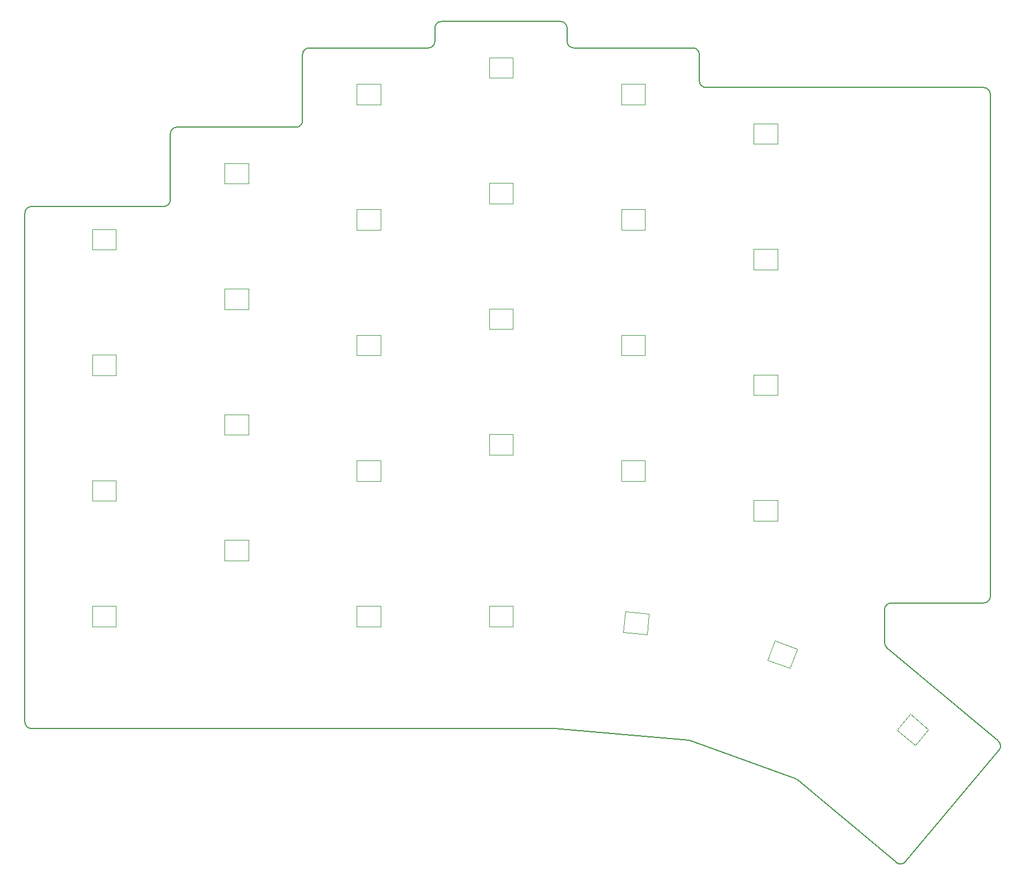
<source format=gbr>
%TF.GenerationSoftware,KiCad,Pcbnew,8.0.4*%
%TF.CreationDate,2024-08-10T13:55:05-06:00*%
%TF.ProjectId,staggered_col58,73746167-6765-4726-9564-5f636f6c3538,0.1*%
%TF.SameCoordinates,Original*%
%TF.FileFunction,Profile,NP*%
%FSLAX46Y46*%
G04 Gerber Fmt 4.6, Leading zero omitted, Abs format (unit mm)*
G04 Created by KiCad (PCBNEW 8.0.4) date 2024-08-10 13:55:05*
%MOMM*%
%LPD*%
G01*
G04 APERTURE LIST*
%TA.AperFunction,Profile*%
%ADD10C,0.150000*%
%TD*%
%TA.AperFunction,Profile*%
%ADD11C,0.120000*%
%TD*%
G04 APERTURE END LIST*
D10*
X29000000Y-132000000D02*
X108002355Y-132000000D01*
X28000000Y-131000000D02*
X28000000Y-54000000D01*
X29000000Y-53000000D02*
X49000000Y-53000000D01*
X51000000Y-41000000D02*
X69000000Y-41000000D01*
X50000000Y-52000000D02*
X50000000Y-42000000D01*
X71000000Y-29000000D02*
X89000000Y-29000000D01*
X70000000Y-40000000D02*
X70000000Y-30000000D01*
X91000000Y-25000000D02*
X109000000Y-25000000D01*
X110000000Y-26000000D02*
X110000000Y-28000000D01*
X90000000Y-28000000D02*
X90000000Y-26000000D01*
X111000000Y-29000000D02*
X129000000Y-29000000D01*
X130000000Y-30000000D02*
X130000000Y-34000000D01*
X158000000Y-114000000D02*
X158000000Y-118987759D01*
X174000000Y-112000000D02*
X174000000Y-36000000D01*
X173000000Y-113000000D02*
X159000000Y-113000000D01*
X131000000Y-35000000D02*
X173000000Y-35000000D01*
X108089511Y-132003805D02*
X128457048Y-133785734D01*
X128711912Y-133842236D02*
X144613458Y-139629925D01*
X158357212Y-119753804D02*
X175189257Y-133877566D01*
X161171186Y-152139376D02*
X175312514Y-135286398D01*
X144914226Y-139803574D02*
X159762354Y-152262633D01*
X29000000Y-132000000D02*
G75*
G02*
X28000000Y-131000000I0J1000000D01*
G01*
X28000000Y-54000000D02*
G75*
G02*
X29000000Y-53000000I1000000J0D01*
G01*
X50000000Y-52000000D02*
G75*
G02*
X49000000Y-53000000I-1000000J0D01*
G01*
X50000000Y-42000000D02*
G75*
G02*
X51000000Y-41000000I1000000J0D01*
G01*
X70000000Y-40000000D02*
G75*
G02*
X69000000Y-41000000I-1000000J0D01*
G01*
X70000000Y-30000000D02*
G75*
G02*
X71000000Y-29000000I1000000J0D01*
G01*
X90000000Y-28000000D02*
G75*
G02*
X89000000Y-29000000I-1000000J0D01*
G01*
X90000000Y-26000000D02*
G75*
G02*
X91000000Y-25000000I1000000J0D01*
G01*
X109000000Y-25000000D02*
G75*
G02*
X110000000Y-26000000I0J-1000000D01*
G01*
X111000000Y-29000000D02*
G75*
G02*
X110000000Y-28000000I0J1000000D01*
G01*
X129000000Y-29000000D02*
G75*
G02*
X130000000Y-30000000I0J-1000000D01*
G01*
X131000000Y-35000000D02*
G75*
G02*
X130000000Y-34000000I0J1000000D01*
G01*
X173000000Y-35000000D02*
G75*
G02*
X174000000Y-36000000I0J-1000000D01*
G01*
X174000000Y-112000000D02*
G75*
G02*
X173000000Y-113000000I-1000000J0D01*
G01*
X158000000Y-114000000D02*
G75*
G02*
X159000000Y-113000000I1000000J0D01*
G01*
X158357212Y-119753804D02*
G75*
G02*
X158000031Y-118987759I642788J766004D01*
G01*
X175189257Y-133877566D02*
G75*
G02*
X175312506Y-135286391I-642757J-766034D01*
G01*
X161171186Y-152139376D02*
G75*
G02*
X159762316Y-152262679I-766086J642776D01*
G01*
X144613458Y-139629925D02*
G75*
G02*
X144914217Y-139803585I-342058J-939675D01*
G01*
X128457048Y-133785734D02*
G75*
G02*
X128711914Y-133842230I-87148J-996266D01*
G01*
X108002355Y-132000000D02*
G75*
G02*
X108089511Y-132003809I-55J-1000400D01*
G01*
%TO.C,L1*%
D11*
X38200000Y-113450000D02*
X41800000Y-113450000D01*
X41800000Y-116550000D01*
X38200000Y-116550000D01*
X38200000Y-113450000D01*
%TO.C,L2*%
X38200000Y-94450000D02*
X41800000Y-94450000D01*
X41800000Y-97550000D01*
X38200000Y-97550000D01*
X38200000Y-94450000D01*
%TO.C,L3*%
X38200000Y-75450000D02*
X41800000Y-75450000D01*
X41800000Y-78550000D01*
X38200000Y-78550000D01*
X38200000Y-75450000D01*
%TO.C,L4*%
X38200000Y-56450000D02*
X41800000Y-56450000D01*
X41800000Y-59550000D01*
X38200000Y-59550000D01*
X38200000Y-56450000D01*
%TO.C,L5*%
X58200000Y-103450000D02*
X61800000Y-103450000D01*
X61800000Y-106550000D01*
X58200000Y-106550000D01*
X58200000Y-103450000D01*
%TO.C,L6*%
X58200000Y-84450000D02*
X61800000Y-84450000D01*
X61800000Y-87550000D01*
X58200000Y-87550000D01*
X58200000Y-84450000D01*
%TO.C,L7*%
X58200000Y-65450000D02*
X61800000Y-65450000D01*
X61800000Y-68550000D01*
X58200000Y-68550000D01*
X58200000Y-65450000D01*
%TO.C,L8*%
X58200000Y-46450000D02*
X61800000Y-46450000D01*
X61800000Y-49550000D01*
X58200000Y-49550000D01*
X58200000Y-46450000D01*
%TO.C,L9*%
X78200000Y-91450000D02*
X81800000Y-91450000D01*
X81800000Y-94550000D01*
X78200000Y-94550000D01*
X78200000Y-91450000D01*
%TO.C,L10*%
X78200000Y-72450000D02*
X81800000Y-72450000D01*
X81800000Y-75550000D01*
X78200000Y-75550000D01*
X78200000Y-72450000D01*
%TO.C,L11*%
X78200000Y-53450000D02*
X81800000Y-53450000D01*
X81800000Y-56550000D01*
X78200000Y-56550000D01*
X78200000Y-53450000D01*
%TO.C,L12*%
X78200000Y-34450000D02*
X81800000Y-34450000D01*
X81800000Y-37550000D01*
X78200000Y-37550000D01*
X78200000Y-34450000D01*
%TO.C,L13*%
X98200000Y-87450000D02*
X101800000Y-87450000D01*
X101800000Y-90550000D01*
X98200000Y-90550000D01*
X98200000Y-87450000D01*
%TO.C,L14*%
X98200000Y-68450000D02*
X101800000Y-68450000D01*
X101800000Y-71550000D01*
X98200000Y-71550000D01*
X98200000Y-68450000D01*
%TO.C,L15*%
X98200000Y-49450000D02*
X101800000Y-49450000D01*
X101800000Y-52550000D01*
X98200000Y-52550000D01*
X98200000Y-49450000D01*
%TO.C,L16*%
X98200000Y-30450000D02*
X101800000Y-30450000D01*
X101800000Y-33550000D01*
X98200000Y-33550000D01*
X98200000Y-30450000D01*
%TO.C,L17*%
X118200000Y-91450000D02*
X121800000Y-91450000D01*
X121800000Y-94550000D01*
X118200000Y-94550000D01*
X118200000Y-91450000D01*
%TO.C,L18*%
X118200000Y-72450000D02*
X121800000Y-72450000D01*
X121800000Y-75550000D01*
X118200000Y-75550000D01*
X118200000Y-72450000D01*
%TO.C,L19*%
X118200000Y-53450000D02*
X121800000Y-53450000D01*
X121800000Y-56550000D01*
X118200000Y-56550000D01*
X118200000Y-53450000D01*
%TO.C,L20*%
X118200000Y-34450000D02*
X121800000Y-34450000D01*
X121800000Y-37550000D01*
X118200000Y-37550000D01*
X118200000Y-34450000D01*
%TO.C,L21*%
X138200000Y-97450000D02*
X141800000Y-97450000D01*
X141800000Y-100550000D01*
X138200000Y-100550000D01*
X138200000Y-97450000D01*
%TO.C,L22*%
X138200000Y-78450000D02*
X141800000Y-78450000D01*
X141800000Y-81550000D01*
X138200000Y-81550000D01*
X138200000Y-78450000D01*
%TO.C,L23*%
X138200000Y-59450000D02*
X141800000Y-59450000D01*
X141800000Y-62550000D01*
X138200000Y-62550000D01*
X138200000Y-59450000D01*
%TO.C,L24*%
X138200000Y-40450000D02*
X141800000Y-40450000D01*
X141800000Y-43550000D01*
X138200000Y-43550000D01*
X138200000Y-40450000D01*
%TO.C,L25*%
X78200000Y-113450000D02*
X81800000Y-113450000D01*
X81800000Y-116550000D01*
X78200000Y-116550000D01*
X78200000Y-113450000D01*
%TO.C,L26*%
X98200000Y-113450000D02*
X101800000Y-113450000D01*
X101800000Y-116550000D01*
X98200000Y-116550000D01*
X98200000Y-113450000D01*
%TO.C,L27*%
X122364042Y-114631779D02*
X122093859Y-117719982D01*
X118507558Y-117406221D01*
X118777741Y-114318018D01*
X122364042Y-114631779D01*
%TO.C,L28*%
X144772078Y-119947113D02*
X143711815Y-122860160D01*
X140328922Y-121628887D01*
X141389185Y-118715840D01*
X144772078Y-119947113D01*
%TO.C,L29*%
X164638501Y-132138849D02*
X162645859Y-134513587D01*
X159888099Y-132199551D01*
X161880741Y-129824813D01*
X164638501Y-132138849D01*
%TD*%
M02*

</source>
